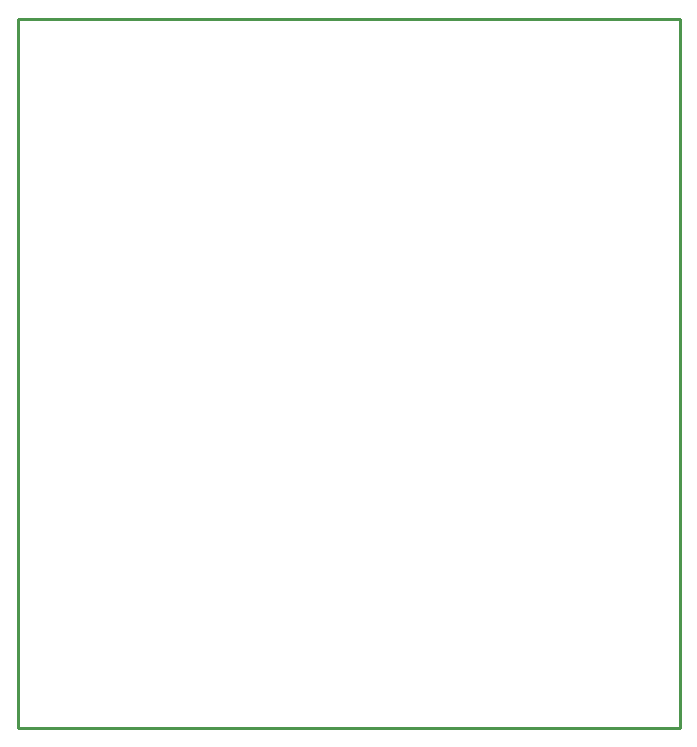
<source format=gbr>
%TF.GenerationSoftware,KiCad,Pcbnew,8.0.0*%
%TF.CreationDate,2024-04-22T22:36:35-07:00*%
%TF.ProjectId,rat-v2,7261742d-7632-42e6-9b69-6361645f7063,rev?*%
%TF.SameCoordinates,Original*%
%TF.FileFunction,Profile,NP*%
%FSLAX46Y46*%
G04 Gerber Fmt 4.6, Leading zero omitted, Abs format (unit mm)*
G04 Created by KiCad (PCBNEW 8.0.0) date 2024-04-22 22:36:35*
%MOMM*%
%LPD*%
G01*
G04 APERTURE LIST*
%TA.AperFunction,Profile*%
%ADD10C,0.250000*%
%TD*%
G04 APERTURE END LIST*
D10*
X55000000Y-81000000D02*
X111000000Y-81000000D01*
X111000000Y-141000000D01*
X55000000Y-141000000D01*
X55000000Y-81000000D01*
M02*

</source>
